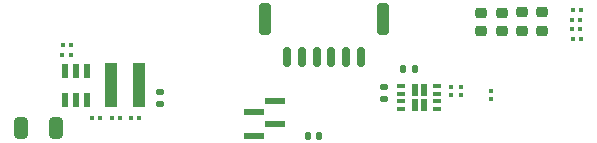
<source format=gbr>
%TF.GenerationSoftware,KiCad,Pcbnew,7.0.7*%
%TF.CreationDate,2023-09-11T02:53:06+05:30*%
%TF.ProjectId,DR1-Powie,4452312d-506f-4776-9965-2e6b69636164,rev?*%
%TF.SameCoordinates,Original*%
%TF.FileFunction,Paste,Bot*%
%TF.FilePolarity,Positive*%
%FSLAX46Y46*%
G04 Gerber Fmt 4.6, Leading zero omitted, Abs format (unit mm)*
G04 Created by KiCad (PCBNEW 7.0.7) date 2023-09-11 02:53:06*
%MOMM*%
%LPD*%
G01*
G04 APERTURE LIST*
G04 Aperture macros list*
%AMRoundRect*
0 Rectangle with rounded corners*
0 $1 Rounding radius*
0 $2 $3 $4 $5 $6 $7 $8 $9 X,Y pos of 4 corners*
0 Add a 4 corners polygon primitive as box body*
4,1,4,$2,$3,$4,$5,$6,$7,$8,$9,$2,$3,0*
0 Add four circle primitives for the rounded corners*
1,1,$1+$1,$2,$3*
1,1,$1+$1,$4,$5*
1,1,$1+$1,$6,$7*
1,1,$1+$1,$8,$9*
0 Add four rect primitives between the rounded corners*
20,1,$1+$1,$2,$3,$4,$5,0*
20,1,$1+$1,$4,$5,$6,$7,0*
20,1,$1+$1,$6,$7,$8,$9,0*
20,1,$1+$1,$8,$9,$2,$3,0*%
G04 Aperture macros list end*
%ADD10R,1.750000X0.600000*%
%ADD11RoundRect,0.079500X0.100500X-0.079500X0.100500X0.079500X-0.100500X0.079500X-0.100500X-0.079500X0*%
%ADD12RoundRect,0.135000X-0.135000X-0.185000X0.135000X-0.185000X0.135000X0.185000X-0.135000X0.185000X0*%
%ADD13RoundRect,0.218750X0.256250X-0.218750X0.256250X0.218750X-0.256250X0.218750X-0.256250X-0.218750X0*%
%ADD14RoundRect,0.079500X-0.079500X-0.100500X0.079500X-0.100500X0.079500X0.100500X-0.079500X0.100500X0*%
%ADD15RoundRect,0.140000X-0.170000X0.140000X-0.170000X-0.140000X0.170000X-0.140000X0.170000X0.140000X0*%
%ADD16RoundRect,0.140000X-0.140000X-0.170000X0.140000X-0.170000X0.140000X0.170000X-0.140000X0.170000X0*%
%ADD17RoundRect,0.250000X0.325000X0.650000X-0.325000X0.650000X-0.325000X-0.650000X0.325000X-0.650000X0*%
%ADD18RoundRect,0.079500X-0.100500X0.079500X-0.100500X-0.079500X0.100500X-0.079500X0.100500X0.079500X0*%
%ADD19R,0.600000X1.000000*%
%ADD20R,0.650000X0.350000*%
%ADD21RoundRect,0.079500X0.079500X0.100500X-0.079500X0.100500X-0.079500X-0.100500X0.079500X-0.100500X0*%
%ADD22R,0.980000X3.700000*%
%ADD23RoundRect,0.150000X-0.150000X-0.700000X0.150000X-0.700000X0.150000X0.700000X-0.150000X0.700000X0*%
%ADD24RoundRect,0.250000X-0.250000X-1.100000X0.250000X-1.100000X0.250000X1.100000X-0.250000X1.100000X0*%
%ADD25R,0.600000X1.200000*%
%ADD26RoundRect,0.135000X-0.185000X0.135000X-0.185000X-0.135000X0.185000X-0.135000X0.185000X0.135000X0*%
G04 APERTURE END LIST*
D10*
%TO.C,JDBG1*%
X111650000Y-47040000D03*
X109900000Y-48040000D03*
X111650000Y-49040000D03*
X109900000Y-50040000D03*
%TD*%
D11*
%TO.C,C11*%
X126560000Y-46545000D03*
X126560000Y-45855000D03*
%TD*%
D12*
%TO.C,R9*%
X122490000Y-44400000D03*
X123510000Y-44400000D03*
%TD*%
D13*
%TO.C,D2*%
X130870000Y-41187500D03*
X130870000Y-39612500D03*
%TD*%
D14*
%TO.C,R6*%
X136820000Y-40227500D03*
X137510000Y-40227500D03*
%TD*%
D15*
%TO.C,C16*%
X101930000Y-46330000D03*
X101930000Y-47290000D03*
%TD*%
D11*
%TO.C,C9*%
X127400000Y-46545000D03*
X127400000Y-45855000D03*
%TD*%
D14*
%TO.C,R5*%
X136865000Y-39327500D03*
X137555000Y-39327500D03*
%TD*%
D16*
%TO.C,C24*%
X114420000Y-50000000D03*
X115380000Y-50000000D03*
%TD*%
D17*
%TO.C,C19*%
X93095000Y-49340000D03*
X90145000Y-49340000D03*
%TD*%
D13*
%TO.C,D1*%
X129100000Y-41187500D03*
X129100000Y-39612500D03*
%TD*%
D14*
%TO.C,R7*%
X136855000Y-41800000D03*
X137545000Y-41800000D03*
%TD*%
D18*
%TO.C,R2*%
X129950000Y-46195000D03*
X129950000Y-46885000D03*
%TD*%
D19*
%TO.C,U2*%
X124237500Y-47375000D03*
X124237500Y-46175000D03*
X123462500Y-47375000D03*
X123462500Y-46175000D03*
D20*
X125400000Y-45800000D03*
X125400000Y-46450000D03*
X125400000Y-47100000D03*
X125400000Y-47750000D03*
X122300000Y-47750000D03*
X122300000Y-47100000D03*
X122300000Y-46450000D03*
X122300000Y-45800000D03*
%TD*%
D21*
%TO.C,R3*%
X100125000Y-48490000D03*
X99435000Y-48490000D03*
%TD*%
D22*
%TO.C,L1*%
X97797500Y-45757500D03*
X100167500Y-45757500D03*
%TD*%
D21*
%TO.C,C14*%
X94342500Y-43152500D03*
X93652500Y-43152500D03*
%TD*%
%TO.C,C13*%
X94352500Y-42322500D03*
X93662500Y-42322500D03*
%TD*%
D23*
%TO.C,J3*%
X112675000Y-43350000D03*
X113925000Y-43350000D03*
X115175000Y-43350000D03*
X116425000Y-43350000D03*
X117675000Y-43350000D03*
X118925000Y-43350000D03*
D24*
X110825000Y-40150000D03*
X120775000Y-40150000D03*
%TD*%
D21*
%TO.C,R13*%
X98535000Y-48500000D03*
X97845000Y-48500000D03*
%TD*%
D13*
%TO.C,D4*%
X134290000Y-41127500D03*
X134290000Y-39552500D03*
%TD*%
D21*
%TO.C,C15*%
X96835000Y-48540000D03*
X96145000Y-48540000D03*
%TD*%
D25*
%TO.C,IC2*%
X95742500Y-46992500D03*
X94792500Y-46992500D03*
X93842500Y-46992500D03*
X93842500Y-44492500D03*
X94792500Y-44492500D03*
X95742500Y-44492500D03*
%TD*%
D13*
%TO.C,D3*%
X132580000Y-41137500D03*
X132580000Y-39562500D03*
%TD*%
D26*
%TO.C,R10*%
X120870000Y-45900000D03*
X120870000Y-46920000D03*
%TD*%
D14*
%TO.C,R8*%
X136805000Y-41000000D03*
X137495000Y-41000000D03*
%TD*%
M02*

</source>
